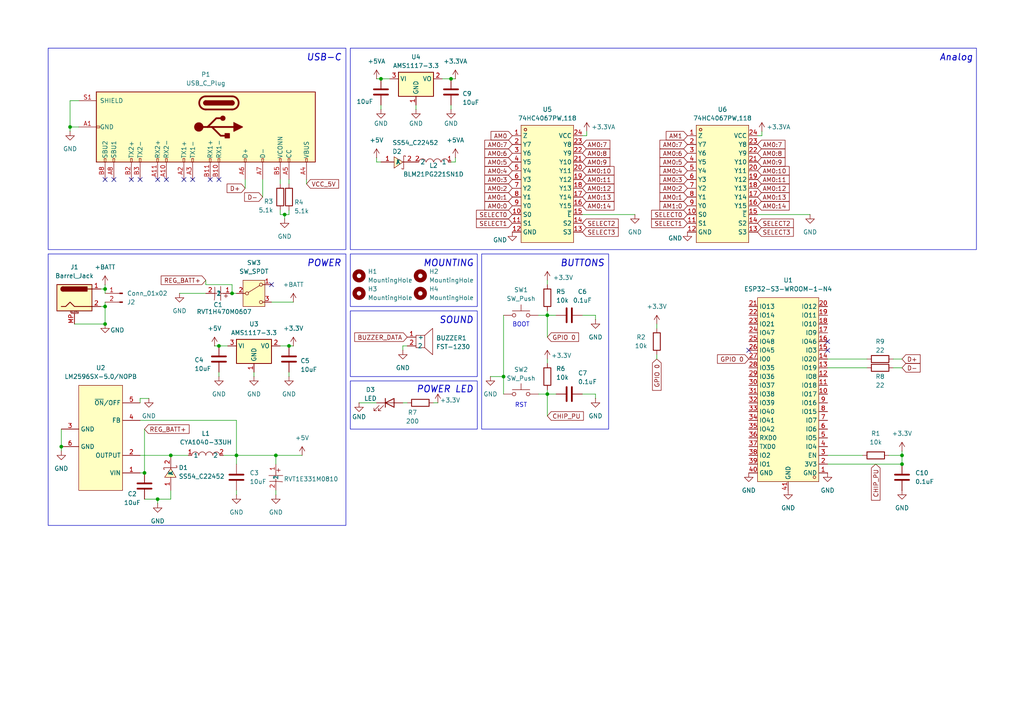
<source format=kicad_sch>
(kicad_sch (version 20250114) (generator "eeschema") (generator_version "9.0")
  (paper "A4")
  (title_block (title "Fracture MIDI Keyboard") (date "2025-12-16") (company "Logan Peterson"))
  (lib_symbols
    (symbol "Connector:Barrel_Jack_MountingPin" (pin_names (hide yes))
      (property "Reference" "J" (at 0 5.334 0))
      (property "Value" "Barrel_Jack_MountingPin" (at 1.27 -6.35 0))
      (symbol "Barrel_Jack_MountingPin_1_1"
        (text "Mounting" (at 0 -4.191 0) (effects (font (size 0.381 0.381))))
        (pin passive line (at 0 -7.62 90) (length 3.048) (name "MountPin") (number "MP"))
        (pin passive line (at 7.62 2.54 180) (length 2.54) (name "~") (number "1"))
        (pin passive line (at 7.62 -2.54 180) (length 2.54) (name "~") (number "2"))
      )
    )
    (symbol "Connector:Conn_01x02_Pin" (pin_names (offset 1.016) (hide yes))
      (property "Reference" "J" (at 0 2.54 0))
      (property "Value" "Conn_01x02_Pin" (at 0 -5.08 0))
      (symbol "Conn_01x02_Pin_1_1"
        (pin passive line (at 5.08 0 180) (length 3.81) (name "Pin_1") (number "1"))
        (pin passive line (at 5.08 -2.54 180) (length 3.81) (name "Pin_2") (number "2"))
      )
    )
    (symbol "Connector:USB_C_Plug" (pin_names (offset 1.016))
      (property "Reference" "P" (at -10.16 29.21 0))
      (property "Value" "USB_C_Plug" (at 10.16 29.21 0))
      (symbol "USB_C_Plug_1_1"
        (pin passive line (at -7.62 -40.64 90) (length 5.08) (name "SHIELD") (number "S1"))
        (pin passive line (at 0 -40.64 90) (length 5.08) (name "GND") (number "A1"))
        (pin passive line (at 0 -40.64 90) (length 5.08) (hide yes) (name "GND") (number "A12"))
        (pin passive line (at 0 -40.64 90) (length 5.08) (hide yes) (name "GND") (number "B1"))
        (pin passive line (at 0 -40.64 90) (length 5.08) (hide yes) (name "GND") (number "B12"))
        (pin passive line (at 15.24 25.4 180) (length 5.08) (name "VBUS") (number "A4"))
        (pin passive line (at 15.24 25.4 180) (length 5.08) (hide yes) (name "VBUS") (number "A9"))
        (pin passive line (at 15.24 25.4 180) (length 5.08) (hide yes) (name "VBUS") (number "B4"))
        (pin passive line (at 15.24 25.4 180) (length 5.08) (hide yes) (name "VBUS") (number "B9"))
        (pin bidirectional line (at 15.24 20.32 180) (length 5.08) (name "CC") (number "A5"))
        (pin bidirectional line (at 15.24 17.78 180) (length 5.08) (name "VCONN") (number "B5"))
        (pin bidirectional line (at 15.24 12.7 180) (length 5.08) (name "D-") (number "A7"))
        (pin bidirectional line (at 15.24 7.62 180) (length 5.08) (name "D+") (number "A6"))
        (pin bidirectional line (at 15.24 0 180) (length 5.08) (name "RX1-") (number "B10"))
        (pin bidirectional line (at 15.24 -2.54 180) (length 5.08) (name "RX1+") (number "B11"))
        (pin bidirectional line (at 15.24 -7.62 180) (length 5.08) (name "TX1-") (number "A3"))
        (pin bidirectional line (at 15.24 -10.16 180) (length 5.08) (name "TX1+") (number "A2"))
        (pin bidirectional line (at 15.24 -15.24 180) (length 5.08) (name "RX2-") (number "A10"))
        (pin bidirectional line (at 15.24 -17.78 180) (length 5.08) (name "RX2+") (number "A11"))
        (pin bidirectional line (at 15.24 -22.86 180) (length 5.08) (name "TX2-") (number "B3"))
        (pin bidirectional line (at 15.24 -25.4 180) (length 5.08) (name "TX2+") (number "B2"))
        (pin bidirectional line (at 15.24 -30.48 180) (length 5.08) (name "SBU1") (number "A8"))
        (pin bidirectional line (at 15.24 -33.02 180) (length 5.08) (name "SBU2") (number "B8"))
      )
    )
    (symbol "Device:C" (pin_numbers (hide yes)) (pin_names (offset 0.254))
      (property "Reference" "C" (at 0.635 2.54 0))
      (property "Value" "C" (at 0.635 -2.54 0))
      (symbol "C_1_1"
        (pin passive line (at 0 3.81 270) (length 2.794) (name "~") (number "1"))
        (pin passive line (at 0 -3.81 90) (length 2.794) (name "~") (number "2"))
      )
    )
    (symbol "Device:LED" (pin_numbers (hide yes)) (pin_names (offset 1.016) (hide yes))
      (property "Reference" "D" (at 0 2.54 0))
      (property "Value" "LED" (at 0 -2.54 0))
      (symbol "LED_1_1"
        (pin passive line (at -3.81 0 0) (length 2.54) (name "K") (number "1"))
        (pin passive line (at 3.81 0 180) (length 2.54) (name "A") (number "2"))
      )
    )
    (symbol "Device:R" (pin_numbers (hide yes)) (pin_names (offset 0))
      (property "Reference" "R" (at 2.032 0 90))
      (property "Value" "R" (at 0 0 90))
      (symbol "R_1_1"
        (pin passive line (at 0 3.81 270) (length 1.27) (name "~") (number "1"))
        (pin passive line (at 0 -3.81 90) (length 1.27) (name "~") (number "2"))
      )
    )
    (symbol "Mechanical:MountingHole" (pin_names (offset 1.016)) (in_bom no)
      (property "Reference" "H" (at 0 5.08 0))
      (property "Value" "MountingHole" (at 0 3.175 0))
    )
    (symbol "Regulator_Linear:AMS1117-3.3"
      (property "Reference" "U" (at -3.81 3.175 0))
      (property "Value" "AMS1117-3.3" (at 0 3.175 0))
      (symbol "AMS1117-3.3_1_1"
        (pin power_in line (at -7.62 0 0) (length 2.54) (name "VI") (number "3"))
        (pin power_in line (at 0 -7.62 90) (length 2.54) (name "GND") (number "1"))
        (pin power_out line (at 7.62 0 180) (length 2.54) (name "VO") (number "2"))
      )
    )
    (symbol "Switch:SW_Push" (pin_numbers (hide yes)) (pin_names (offset 1.016) (hide yes))
      (property "Reference" "SW" (at 1.27 2.54 0))
      (property "Value" "SW_Push" (at 0 -1.524 0))
      (symbol "SW_Push_0_1"
        (pin passive line (at -5.08 0 0) (length 2.54) (name "1") (number "1"))
        (pin passive line (at 5.08 0 180) (length 2.54) (name "2") (number "2"))
      )
    )
    (symbol "Switch:SW_SPDT" (pin_names (offset 0) (hide yes))
      (property "Reference" "SW" (at 0 5.08 0))
      (property "Value" "SW_SPDT" (at 0 -5.08 0))
      (symbol "SW_SPDT_1_1"
        (pin passive line (at -5.08 0 0) (length 2.54) (name "B") (number "2"))
        (pin passive line (at 5.08 2.54 180) (length 2.54) (name "A") (number "1"))
        (pin passive line (at 5.08 -2.54 180) (length 2.54) (name "C") (number "3"))
      )
    )
    (symbol "imported_components:74HC4067PW,118"
      (property "Reference" "U" (at 0 19.05 0))
      (property "Value" "74HC4067PW,118" (at 0 -19.05 0))
      (symbol "74HC4067PW,118_0_1"
        (pin unspecified line (at -10.16 13.97 0) (length 2.54) (name "Z") (number "1"))
        (pin unspecified line (at -10.16 11.43 0) (length 2.54) (name "Y7") (number "2"))
        (pin unspecified line (at -10.16 8.89 0) (length 2.54) (name "Y6") (number "3"))
        (pin unspecified line (at -10.16 6.35 0) (length 2.54) (name "Y5") (number "4"))
        (pin unspecified line (at -10.16 3.81 0) (length 2.54) (name "Y4") (number "5"))
        (pin unspecified line (at -10.16 1.27 0) (length 2.54) (name "Y3") (number "6"))
        (pin unspecified line (at -10.16 -1.27 0) (length 2.54) (name "Y2") (number "7"))
        (pin unspecified line (at -10.16 -3.81 0) (length 2.54) (name "Y1") (number "8"))
        (pin unspecified line (at -10.16 -6.35 0) (length 2.54) (name "Y0") (number "9"))
        (pin unspecified line (at -10.16 -8.89 0) (length 2.54) (name "S0") (number "10"))
        (pin unspecified line (at -10.16 -11.43 0) (length 2.54) (name "S1") (number "11"))
        (pin unspecified line (at -10.16 -13.97 0) (length 2.54) (name "GND") (number "12"))
        (pin unspecified line (at 10.16 13.97 180) (length 2.54) (name "VCC") (number "24"))
        (pin unspecified line (at 10.16 11.43 180) (length 2.54) (name "Y8") (number "23"))
        (pin unspecified line (at 10.16 8.89 180) (length 2.54) (name "Y9") (number "22"))
        (pin unspecified line (at 10.16 6.35 180) (length 2.54) (name "Y10") (number "21"))
        (pin unspecified line (at 10.16 3.81 180) (length 2.54) (name "Y11") (number "20"))
        (pin unspecified line (at 10.16 1.27 180) (length 2.54) (name "Y12") (number "19"))
        (pin unspecified line (at 10.16 -1.27 180) (length 2.54) (name "Y13") (number "18"))
        (pin unspecified line (at 10.16 -3.81 180) (length 2.54) (name "Y14") (number "17"))
        (pin unspecified line (at 10.16 -6.35 180) (length 2.54) (name "Y15") (number "16"))
        (pin unspecified line (at 10.16 -8.89 180) (length 2.54) (name "~{E}") (number "15"))
        (pin unspecified line (at 10.16 -11.43 180) (length 2.54) (name "S2") (number "14"))
        (pin unspecified line (at 10.16 -13.97 180) (length 2.54) (name "S3") (number "13"))
      )
    )
    (symbol "imported_components:BLM21PG221SN1D"
      (property "Reference" "L" (at 0 5.08 0))
      (property "Value" "BLM21PG221SN1D" (at 0 -5.08 0))
      (symbol "BLM21PG221SN1D_0_1"
        (pin unspecified line (at -5.08 0 0) (length 0.762) (name "1") (number "1"))
        (pin unspecified line (at 5.08 0 180) (length 0.762) (name "2") (number "2"))
      )
    )
    (symbol "imported_components:CYA1040-33UH"
      (property "Reference" "L" (at 0 5.08 0))
      (property "Value" "CYA1040-33UH" (at 0 -5.08 0))
      (symbol "CYA1040-33UH_0_1"
        (pin unspecified line (at -5.08 0 0) (length 1.016) (name "1") (number "1"))
        (pin unspecified line (at 5.08 0 180) (length 1.016) (name "2") (number "2"))
      )
    )
    (symbol "imported_components:ESP32-S3-WROOM-1-N4"
      (property "Reference" "U" (at 0 34.29 0))
      (property "Value" "ESP32-S3-WROOM-1-N4" (at 0 -29.21 0))
      (symbol "ESP32-S3-WROOM-1-N4_0_1"
        (pin unspecified line (at -11.43 24.13 0) (length 2.54) (name "GND") (number "1"))
        (pin unspecified line (at -11.43 21.59 0) (length 2.54) (name "3V3") (number "2"))
        (pin unspecified line (at -11.43 19.05 0) (length 2.54) (name "EN") (number "3"))
        (pin unspecified line (at -11.43 16.51 0) (length 2.54) (name "IO4") (number "4"))
        (pin unspecified line (at -11.43 13.97 0) (length 2.54) (name "IO5") (number "5"))
        (pin unspecified line (at -11.43 11.43 0) (length 2.54) (name "IO6") (number "6"))
        (pin unspecified line (at -11.43 8.89 0) (length 2.54) (name "IO7") (number "7"))
        (pin unspecified line (at -11.43 6.35 0) (length 2.54) (name "IO15") (number "8"))
        (pin unspecified line (at -11.43 3.81 0) (length 2.54) (name "IO16") (number "9"))
        (pin unspecified line (at -11.43 1.27 0) (length 2.54) (name "IO17") (number "10"))
        (pin unspecified line (at -11.43 -1.27 0) (length 2.54) (name "IO18") (number "11"))
        (pin unspecified line (at -11.43 -3.81 0) (length 2.54) (name "IO8") (number "12"))
        (pin unspecified line (at -11.43 -6.35 0) (length 2.54) (name "IO19") (number "13"))
        (pin unspecified line (at -11.43 -8.89 0) (length 2.54) (name "IO20") (number "14"))
        (pin unspecified line (at -11.43 -11.43 0) (length 2.54) (name "IO3") (number "15"))
        (pin unspecified line (at -11.43 -13.97 0) (length 2.54) (name "IO46") (number "16"))
        (pin unspecified line (at -11.43 -16.51 0) (length 2.54) (name "IO9") (number "17"))
        (pin unspecified line (at -11.43 -19.05 0) (length 2.54) (name "IO10") (number "18"))
        (pin unspecified line (at -11.43 -21.59 0) (length 2.54) (name "IO11") (number "19"))
        (pin unspecified line (at -11.43 -24.13 0) (length 2.54) (name "IO12") (number "20"))
        (pin unspecified line (at 0 29.21 270) (length 2.54) (name "GND") (number "41"))
        (pin unspecified line (at 11.43 24.13 180) (length 2.54) (name "GND") (number "40"))
        (pin unspecified line (at 11.43 21.59 180) (length 2.54) (name "IO1") (number "39"))
        (pin unspecified line (at 11.43 19.05 180) (length 2.54) (name "IO2") (number "38"))
        (pin unspecified line (at 11.43 16.51 180) (length 2.54) (name "TXD0") (number "37"))
        (pin unspecified line (at 11.43 13.97 180) (length 2.54) (name "RXD0") (number "36"))
        (pin unspecified line (at 11.43 11.43 180) (length 2.54) (name "IO42") (number "35"))
        (pin unspecified line (at 11.43 8.89 180) (length 2.54) (name "IO41") (number "34"))
        (pin unspecified line (at 11.43 6.35 180) (length 2.54) (name "IO40") (number "33"))
        (pin unspecified line (at 11.43 3.81 180) (length 2.54) (name "IO39") (number "32"))
        (pin unspecified line (at 11.43 1.27 180) (length 2.54) (name "IO38") (number "31"))
        (pin unspecified line (at 11.43 -1.27 180) (length 2.54) (name "IO37") (number "30"))
        (pin unspecified line (at 11.43 -3.81 180) (length 2.54) (name "IO36") (number "29"))
        (pin unspecified line (at 11.43 -6.35 180) (length 2.54) (name "IO35") (number "28"))
        (pin unspecified line (at 11.43 -8.89 180) (length 2.54) (name "IO0") (number "27"))
        (pin unspecified line (at 11.43 -11.43 180) (length 2.54) (name "IO45") (number "26"))
        (pin unspecified line (at 11.43 -13.97 180) (length 2.54) (name "IO48") (number "25"))
        (pin unspecified line (at 11.43 -16.51 180) (length 2.54) (name "IO47") (number "24"))
        (pin unspecified line (at 11.43 -19.05 180) (length 2.54) (name "IO21") (number "23"))
        (pin unspecified line (at 11.43 -21.59 180) (length 2.54) (name "IO14") (number "22"))
        (pin unspecified line (at 11.43 -24.13 180) (length 2.54) (name "IO13") (number "21"))
      )
    )
    (symbol "imported_components:FST-1230"
      (property "Reference" "BUZZER" (at 0 7.62 0))
      (property "Value" "FST-1230" (at 0 -5.08 0))
      (symbol "FST-1230_0_1"
        (pin unspecified line (at -2.54 2.54 0) (length 2.54) (name "+") (number "1"))
        (pin unspecified line (at -2.54 0 0) (length 2.54) (name "2") (number "2"))
      )
    )
    (symbol "imported_components:LM2596SX-5.0_NOPB"
      (property "Reference" "U" (at 0 15.24 0))
      (property "Value" "LM2596SX-5.0/NOPB" (at 0 -15.24 0))
      (symbol "LM2596SX-5.0_NOPB_0_1"
        (pin unspecified line (at -11.43 2.54 0) (length 5.08) (name "GND") (number "3"))
        (pin unspecified line (at -11.43 -2.54 0) (length 5.08) (name "GND") (number "6"))
        (pin unspecified line (at 11.43 10.16 180) (length 5.08) (name "~{ON}/OFF") (number "5"))
        (pin unspecified line (at 11.43 5.08 180) (length 5.08) (name "FB") (number "4"))
        (pin unspecified line (at 11.43 -5.08 180) (length 5.08) (name "OUTPUT") (number "2"))
        (pin unspecified line (at 11.43 -10.16 180) (length 5.08) (name "VIN") (number "1"))
      )
    )
    (symbol "imported_components:RVT1E331M0810_C335985"
      (property "Value" "RVT1E331M0810_C335985" (at -0.254 -3.302 0))
      (symbol "RVT1E331M0810_C335985_0_1"
        (pin input line (at -3.81 0 0) (length 2.54) (name "1") (number "1"))
        (pin input line (at 3.81 0 180) (length 2.54) (name "2") (number "2"))
      )
    )
    (symbol "imported_components:RVT1H470M0607"
      (property "Reference" "C" (at 0 5.08 0))
      (property "Value" "RVT1H470M0607" (at 0 -5.08 0))
      (symbol "RVT1H470M0607_0_1"
        (pin input line (at -3.81 0 0) (length 2.54) (name "1") (number "1"))
        (pin input line (at 3.81 0 180) (length 2.54) (name "2") (number "2"))
      )
    )
    (symbol "imported_components:SS54_C22452"
      (property "Reference" "D" (at 0 5.08 0))
      (property "Value" "SS54_C22452" (at 0 -5.08 0))
      (symbol "SS54_C22452_0_1"
        (pin unspecified line (at -5.08 0 0) (length 3.81) (name "K") (number "2"))
        (pin unspecified line (at 5.08 0 180) (length 3.81) (name "A") (number "1"))
      )
    )
    (symbol "power:+3.3V" (power) (pin_numbers (hide yes)) (pin_names (offset 0) (hide yes))
      (property "Value" "+3.3V" (at 0 3.556 0))
      (symbol "+3.3V_1_1"
        (pin power_in line (at 0 0 90) (length 0) (name "~") (number "1"))
      )
    )
    (symbol "power:+3.3VA" (power) (pin_numbers (hide yes)) (pin_names (offset 0) (hide yes))
      (property "Value" "+3.3VA" (at 0 3.556 0))
      (symbol "+3.3VA_1_1"
        (pin power_in line (at 0 0 90) (length 0) (name "~") (number "1"))
      )
    )
    (symbol "power:+5V" (power) (pin_numbers (hide yes)) (pin_names (offset 0) (hide yes))
      (property "Value" "+5V" (at 0 3.556 0))
      (symbol "+5V_1_1"
        (pin power_in line (at 0 0 90) (length 0) (name "~") (number "1"))
      )
    )
    (symbol "power:+5VA" (power) (pin_numbers (hide yes)) (pin_names (offset 0) (hide yes))
      (property "Value" "+5VA" (at 0 3.556 0))
      (symbol "+5VA_1_1"
        (pin power_in line (at 0 0 90) (length 0) (name "~") (number "1"))
      )
    )
    (symbol "power:+BATT" (power) (pin_numbers (hide yes)) (pin_names (offset 0) (hide yes))
      (property "Value" "+BATT" (at 0 3.556 0))
      (symbol "+BATT_1_1"
        (pin power_in line (at 0 0 90) (length 0) (name "~") (number "1"))
      )
    )
    (symbol "power:GND" (power) (pin_numbers (hide yes)) (pin_names (offset 0) (hide yes))
      (property "Value" "GND" (at 0 -3.81 0))
      (symbol "GND_1_1"
        (pin power_in line (at 0 0 270) (length 0) (name "~") (number "1"))
      )
    )
  )
  (rectangle (start 139.7 73.66) (end 176.53 124.46))
  (rectangle (start 13.97 73.66) (end 100.33 152.4))
  (rectangle (start 101.6 90.17) (end 138.43 109.22))
  (rectangle (start 101.6 73.66) (end 138.43 88.9))
  (rectangle (start 13.97 13.97) (end 100.33 72.39))
  (rectangle (start 101.6 110.49) (end 138.43 124.46))
  (rectangle (start 101.6 13.97) (end 283.21 72.39))
  (text "RST" (at 151.13 117.602 0) (effects (font (size 1.27 1.27))))
  (text "BUTTONS" (at 168.91 76.454 0) (effects (font (size 1.905 1.905) (thickness 0.254) (bold yes) (italic yes))))
  (text "Analog" (at 277.368 16.764 0) (effects (font (size 1.905 1.905) (thickness 0.254) (bold yes) (italic yes))))
  (text "BOOT" (at 151.13 94.234 0) (effects (font (size 1.27 1.27))))
  (text "POWER\n" (at 93.98 76.454 0) (effects (font (size 1.905 1.905) (thickness 0.254) (bold yes) (italic yes))))
  (text "MOUNTING" (at 130.048 76.454 0) (effects (font (size 1.905 1.905) (thickness 0.254) (bold yes) (italic yes))))
  (text "SOUND\n" (at 132.334 92.964 0) (effects (font (size 1.905 1.905) (thickness 0.254) (bold yes) (italic yes))))
  (text "USB-C" (at 93.98 16.764 0) (effects (font (size 1.905 1.905) (thickness 0.254) (bold yes) (italic yes))))
  (text "POWER LED" (at 129.032 113.03 0) (effects (font (size 1.905 1.905) (thickness 0.254) (bold yes) (italic yes))))
  (junction (at 68.58 132.08))
  (junction (at 30.48 88.9))
  (junction (at 83.82 100.33))
  (junction (at 45.72 144.78))
  (junction (at 80.01 132.08))
  (junction (at 63.5 100.33))
  (junction (at 158.75 114.3))
  (junction (at 41.91 137.16))
  (junction (at 20.32 36.83))
  (junction (at 158.75 91.44))
  (junction (at 146.05 109.22))
  (junction (at 49.53 132.08))
  (junction (at 261.62 134.62))
  (junction (at 261.62 132.08))
  (junction (at 17.78 129.54))
  (junction (at 130.81 22.86))
  (junction (at 110.49 22.86))
  (junction (at 67.31 85.09))
  (junction (at 82.55 62.23))
  (junction (at 30.48 93.98))
  (junction (at 30.48 83.82))
  (no_connect (at 240.03 101.6))
  (no_connect (at 60.96 52.07))
  (no_connect (at 63.5 52.07))
  (no_connect (at 55.88 52.07))
  (no_connect (at 240.03 99.06))
  (no_connect (at 40.64 52.07))
  (no_connect (at 53.34 52.07))
  (no_connect (at 78.74 82.55))
  (no_connect (at 30.48 52.07))
  (no_connect (at 45.72 52.07))
  (no_connect (at 33.02 52.07))
  (no_connect (at 48.26 52.07))
  (no_connect (at 38.1 52.07))
  (no_connect (at 217.17 101.6))
  (wire (pts (xy 85.09 100.33) (xy 83.82 100.33)))
  (wire (pts (xy 64.77 132.08) (xy 68.58 132.08)))
  (wire (pts (xy 161.29 114.3) (xy 158.75 114.3)))
  (wire (pts (xy 161.29 91.44) (xy 158.75 91.44)))
  (wire (pts (xy 22.86 29.21) (xy 20.32 29.21)))
  (wire (pts (xy 17.78 129.54) (xy 17.78 130.81)))
  (wire (pts (xy 62.23 100.33) (xy 63.5 100.33)))
  (wire (pts (xy 146.05 109.22) (xy 146.05 114.3)))
  (wire (pts (xy 156.21 91.44) (xy 158.75 91.44)))
  (wire (pts (xy 220.98 38.1) (xy 220.98 39.37)))
  (wire (pts (xy 59.69 82.55) (xy 67.31 82.55)))
  (wire (pts (xy 132.08 46.99) (xy 130.81 46.99)))
  (wire (pts (xy 125.73 116.84) (xy 127 116.84)))
  (wire (pts (xy 45.72 146.05) (xy 45.72 144.78)))
  (wire (pts (xy 68.58 121.92) (xy 68.58 132.08)))
  (wire (pts (xy 220.98 39.37) (xy 219.71 39.37)))
  (wire (pts (xy 20.32 36.83) (xy 20.32 38.1)))
  (wire (pts (xy 71.12 54.61) (xy 71.12 52.07)))
  (wire (pts (xy 109.22 46.99) (xy 109.22 45.72)))
  (wire (pts (xy 30.48 88.9) (xy 29.21 88.9)))
  (wire (pts (xy 49.53 142.24) (xy 49.53 144.78)))
  (wire (pts (xy 110.49 30.48) (xy 110.49 31.75)))
  (wire (pts (xy 168.91 39.37) (xy 170.18 39.37)))
  (wire (pts (xy 80.01 132.08) (xy 87.63 132.08)))
  (wire (pts (xy 142.24 109.22) (xy 146.05 109.22)))
  (wire (pts (xy 261.62 104.14) (xy 259.08 104.14)))
  (wire (pts (xy 68.58 132.08) (xy 80.01 132.08)))
  (wire (pts (xy 251.46 104.14) (xy 240.03 104.14)))
  (wire (pts (xy 41.91 124.46) (xy 41.91 137.16)))
  (wire (pts (xy 261.62 132.08) (xy 261.62 134.62)))
  (wire (pts (xy 132.08 45.72) (xy 132.08 46.99)))
  (wire (pts (xy 81.28 52.07) (xy 81.28 53.34)))
  (wire (pts (xy 49.53 132.08) (xy 54.61 132.08)))
  (wire (pts (xy 30.48 83.82) (xy 30.48 82.55)))
  (wire (pts (xy 73.66 109.22) (xy 73.66 107.95)))
  (wire (pts (xy 219.71 62.23) (xy 234.95 62.23)))
  (wire (pts (xy 81.28 100.33) (xy 83.82 100.33)))
  (wire (pts (xy 190.5 104.14) (xy 190.5 102.87)))
  (wire (pts (xy 130.81 31.75) (xy 130.81 30.48)))
  (wire (pts (xy 158.75 90.17) (xy 158.75 91.44)))
  (wire (pts (xy 158.75 91.44) (xy 158.75 97.79)))
  (wire (pts (xy 83.82 60.96) (xy 83.82 62.23)))
  (wire (pts (xy 109.22 22.86) (xy 110.49 22.86)))
  (wire (pts (xy 41.91 144.78) (xy 45.72 144.78)))
  (wire (pts (xy 68.58 143.51) (xy 68.58 142.24)))
  (wire (pts (xy 63.5 100.33) (xy 66.04 100.33)))
  (wire (pts (xy 116.84 101.6) (xy 116.84 100.33)))
  (wire (pts (xy 40.64 121.92) (xy 68.58 121.92)))
  (wire (pts (xy 81.28 62.23) (xy 82.55 62.23)))
  (wire (pts (xy 172.72 115.57) (xy 172.72 114.3)))
  (wire (pts (xy 172.72 114.3) (xy 168.91 114.3)))
  (wire (pts (xy 158.75 81.28) (xy 158.75 82.55)))
  (wire (pts (xy 261.62 134.62) (xy 240.03 134.62)))
  (wire (pts (xy 81.28 60.96) (xy 81.28 62.23)))
  (wire (pts (xy 17.78 124.46) (xy 17.78 129.54)))
  (wire (pts (xy 170.18 39.37) (xy 170.18 38.1)))
  (wire (pts (xy 30.48 83.82) (xy 30.48 85.09)))
  (wire (pts (xy 63.5 107.95) (xy 63.5 109.22)))
  (wire (pts (xy 128.27 22.86) (xy 130.81 22.86)))
  (wire (pts (xy 83.82 52.07) (xy 83.82 53.34)))
  (wire (pts (xy 158.75 104.14) (xy 158.75 105.41)))
  (wire (pts (xy 257.81 132.08) (xy 261.62 132.08)))
  (wire (pts (xy 30.48 87.63) (xy 30.48 88.9)))
  (wire (pts (xy 118.11 116.84) (xy 116.84 116.84)))
  (wire (pts (xy 80.01 132.08) (xy 80.01 134.62)))
  (wire (pts (xy 190.5 93.98) (xy 190.5 95.25)))
  (wire (pts (xy 40.64 137.16) (xy 41.91 137.16)))
  (wire (pts (xy 30.48 88.9) (xy 30.48 93.98)))
  (wire (pts (xy 156.21 114.3) (xy 158.75 114.3)))
  (wire (pts (xy 76.2 57.15) (xy 76.2 52.07)))
  (wire (pts (xy 80.01 143.51) (xy 80.01 142.24)))
  (wire (pts (xy 168.91 91.44) (xy 172.72 91.44)))
  (wire (pts (xy 22.86 36.83) (xy 20.32 36.83)))
  (wire (pts (xy 110.49 46.99) (xy 109.22 46.99)))
  (wire (pts (xy 132.08 22.86) (xy 130.81 22.86)))
  (wire (pts (xy 29.21 83.82) (xy 30.48 83.82)))
  (wire (pts (xy 20.32 29.21) (xy 20.32 36.83)))
  (wire (pts (xy 250.19 132.08) (xy 240.03 132.08)))
  (wire (pts (xy 158.75 113.03) (xy 158.75 114.3)))
  (wire (pts (xy 146.05 91.44) (xy 146.05 109.22)))
  (wire (pts (xy 172.72 91.44) (xy 172.72 92.71)))
  (wire (pts (xy 158.75 120.65) (xy 158.75 114.3)))
  (wire (pts (xy 45.72 144.78) (xy 49.53 144.78)))
  (wire (pts (xy 52.07 85.09) (xy 59.69 85.09)))
  (wire (pts (xy 67.31 85.09) (xy 68.58 85.09)))
  (wire (pts (xy 261.62 130.81) (xy 261.62 132.08)))
  (wire (pts (xy 21.59 93.98) (xy 30.48 93.98)))
  (wire (pts (xy 261.62 106.68) (xy 259.08 106.68)))
  (wire (pts (xy 88.9 53.34) (xy 88.9 52.07)))
  (wire (pts (xy 110.49 22.86) (xy 113.03 22.86)))
  (wire (pts (xy 120.65 31.75) (xy 120.65 30.48)))
  (wire (pts (xy 67.31 82.55) (xy 67.31 85.09)))
  (wire (pts (xy 40.64 115.57) (xy 43.18 115.57)))
  (wire (pts (xy 40.64 132.08) (xy 49.53 132.08)))
  (wire (pts (xy 85.09 87.63) (xy 78.74 87.63)))
  (wire (pts (xy 82.55 63.5) (xy 82.55 62.23)))
  (wire (pts (xy 59.69 81.28) (xy 59.69 82.55)))
  (wire (pts (xy 40.64 115.57) (xy 40.64 116.84)))
  (wire (pts (xy 116.84 100.33) (xy 118.11 100.33)))
  (wire (pts (xy 251.46 106.68) (xy 240.03 106.68)))
  (wire (pts (xy 68.58 132.08) (xy 68.58 134.62)))
  (wire (pts (xy 83.82 62.23) (xy 82.55 62.23)))
  (wire (pts (xy 83.82 109.22) (xy 83.82 107.95)))
  (wire (pts (xy 168.91 62.23) (xy 184.15 62.23)))
  (wire (pts (xy 104.14 116.84) (xy 109.22 116.84)))
  (global_label "AM0:14" (shape input) (at 219.71 59.69 0) (property "Intersheetrefs" "${INTERSHEET_REFS}" (effects (hide yes))))
  (global_label "SELECT3" (shape input) (at 168.91 67.31 0) (property "Intersheetrefs" "${INTERSHEET_REFS}" (effects (hide yes))))
  (global_label "AM0:3" (shape input) (at 199.39 52.07 180) (property "Intersheetrefs" "${INTERSHEET_REFS}" (effects (hide yes))))
  (global_label "AM0:4" (shape input) (at 148.59 49.53 180) (property "Intersheetrefs" "${INTERSHEET_REFS}" (effects (hide yes))))
  (global_label "CHIP_PU" (shape input) (at 254 134.62 270) (property "Intersheetrefs" "${INTERSHEET_REFS}" (effects (hide yes))))
  (global_label "AM0:5" (shape input) (at 148.59 46.99 180) (property "Intersheetrefs" "${INTERSHEET_REFS}" (effects (hide yes))))
  (global_label "AM0:7" (shape input) (at 148.59 41.91 180) (property "Intersheetrefs" "${INTERSHEET_REFS}" (effects (hide yes))))
  (global_label "AM0:7" (shape input) (at 168.91 41.91 0) (property "Intersheetrefs" "${INTERSHEET_REFS}" (effects (hide yes))))
  (global_label "VCC_5V" (shape input) (at 88.9 53.34 0) (property "Intersheetrefs" "${INTERSHEET_REFS}" (effects (hide yes))))
  (global_label "GPIO 0" (shape input) (at 190.5 104.14 270) (property "Intersheetrefs" "${INTERSHEET_REFS}" (effects (hide yes))))
  (global_label "SELECT2" (shape input) (at 168.91 64.77 0) (property "Intersheetrefs" "${INTERSHEET_REFS}" (effects (hide yes))))
  (global_label "AM0:6" (shape input) (at 199.39 44.45 180) (property "Intersheetrefs" "${INTERSHEET_REFS}" (effects (hide yes))))
  (global_label "AM0:8" (shape input) (at 168.91 44.45 0) (property "Intersheetrefs" "${INTERSHEET_REFS}" (effects (hide yes))))
  (global_label "D-" (shape input) (at 76.2 57.15 180) (property "Intersheetrefs" "${INTERSHEET_REFS}" (effects (hide yes))))
  (global_label "AM0:7" (shape input) (at 199.39 41.91 180) (property "Intersheetrefs" "${INTERSHEET_REFS}" (effects (hide yes))))
  (global_label "AM0:12" (shape input) (at 219.71 54.61 0) (property "Intersheetrefs" "${INTERSHEET_REFS}" (effects (hide yes))))
  (global_label "AM0:7" (shape input) (at 219.71 41.91 0) (property "Intersheetrefs" "${INTERSHEET_REFS}" (effects (hide yes))))
  (global_label "REG_BATT+" (shape input) (at 59.69 81.28 180) (property "Intersheetrefs" "${INTERSHEET_REFS}" (effects (hide yes))))
  (global_label "BUZZER_DATA" (shape input) (at 118.11 97.79 180) (property "Intersheetrefs" "${INTERSHEET_REFS}" (effects (hide yes))))
  (global_label "AM1" (shape input) (at 199.39 39.37 180) (property "Intersheetrefs" "${INTERSHEET_REFS}" (effects (hide yes))))
  (global_label "SELECT0" (shape input) (at 199.39 62.23 180) (property "Intersheetrefs" "${INTERSHEET_REFS}" (effects (hide yes))))
  (global_label "AM0:10" (shape input) (at 168.91 49.53 0) (property "Intersheetrefs" "${INTERSHEET_REFS}" (effects (hide yes))))
  (global_label "SELECT1" (shape input) (at 148.59 64.77 180) (property "Intersheetrefs" "${INTERSHEET_REFS}" (effects (hide yes))))
  (global_label "AM0:5" (shape input) (at 199.39 46.99 180) (property "Intersheetrefs" "${INTERSHEET_REFS}" (effects (hide yes))))
  (global_label "AM0:1" (shape input) (at 148.59 57.15 180) (property "Intersheetrefs" "${INTERSHEET_REFS}" (effects (hide yes))))
  (global_label "GPIO 0" (shape input) (at 217.17 104.14 180) (property "Intersheetrefs" "${INTERSHEET_REFS}" (effects (hide yes))))
  (global_label "AM0:13" (shape input) (at 219.71 57.15 0) (property "Intersheetrefs" "${INTERSHEET_REFS}" (effects (hide yes))))
  (global_label "AM1:0" (shape input) (at 199.39 59.69 180) (property "Intersheetrefs" "${INTERSHEET_REFS}" (effects (hide yes))))
  (global_label "SELECT0" (shape input) (at 148.59 62.23 180) (property "Intersheetrefs" "${INTERSHEET_REFS}" (effects (hide yes))))
  (global_label "AM0:12" (shape input) (at 168.91 54.61 0) (property "Intersheetrefs" "${INTERSHEET_REFS}" (effects (hide yes))))
  (global_label "AM0:0" (shape input) (at 148.59 59.69 180) (property "Intersheetrefs" "${INTERSHEET_REFS}" (effects (hide yes))))
  (global_label "AM0:13" (shape input) (at 168.91 57.15 0) (property "Intersheetrefs" "${INTERSHEET_REFS}" (effects (hide yes))))
  (global_label "AM0:2" (shape input) (at 199.39 54.61 180) (property "Intersheetrefs" "${INTERSHEET_REFS}" (effects (hide yes))))
  (global_label "AM0:1" (shape input) (at 199.39 57.15 180) (property "Intersheetrefs" "${INTERSHEET_REFS}" (effects (hide yes))))
  (global_label "AM0:6" (shape input) (at 148.59 44.45 180) (property "Intersheetrefs" "${INTERSHEET_REFS}" (effects (hide yes))))
  (global_label "D+" (shape input) (at 261.62 104.14 0) (property "Intersheetrefs" "${INTERSHEET_REFS}" (effects (hide yes))))
  (global_label "AM0:9" (shape input) (at 168.91 46.99 0) (property "Intersheetrefs" "${INTERSHEET_REFS}" (effects (hide yes))))
  (global_label "D-" (shape input) (at 261.62 106.68 0) (property "Intersheetrefs" "${INTERSHEET_REFS}" (effects (hide yes))))
  (global_label "REG_BATT+" (shape input) (at 41.91 124.46 0) (property "Intersheetrefs" "${INTERSHEET_REFS}" (effects (hide yes))))
  (global_label "AM0:11" (shape input) (at 219.71 52.07 0) (property "Intersheetrefs" "${INTERSHEET_REFS}" (effects (hide yes))))
  (global_label "SELECT2" (shape input) (at 219.71 64.77 0) (property "Intersheetrefs" "${INTERSHEET_REFS}" (effects (hide yes))))
  (global_label "SELECT3" (shape input) (at 219.71 67.31 0) (property "Intersheetrefs" "${INTERSHEET_REFS}" (effects (hide yes))))
  (global_label "AM0:4" (shape input) (at 199.39 49.53 180) (property "Intersheetrefs" "${INTERSHEET_REFS}" (effects (hide yes))))
  (global_label "AM0:2" (shape input) (at 148.59 54.61 180) (property "Intersheetrefs" "${INTERSHEET_REFS}" (effects (hide yes))))
  (global_label "GPIO 0" (shape input) (at 158.75 97.79 0) (property "Intersheetrefs" "${INTERSHEET_REFS}" (effects (hide yes))))
  (global_label "CHIP_PU" (shape input) (at 158.75 120.65 0) (property "Intersheetrefs" "${INTERSHEET_REFS}" (effects (hide yes))))
  (global_label "AM0:9" (shape input) (at 219.71 46.99 0) (property "Intersheetrefs" "${INTERSHEET_REFS}" (effects (hide yes))))
  (global_label "D+" (shape input) (at 71.12 54.61 180) (property "Intersheetrefs" "${INTERSHEET_REFS}" (effects (hide yes))))
  (global_label "AM0:10" (shape input) (at 219.71 49.53 0) (property "Intersheetrefs" "${INTERSHEET_REFS}" (effects (hide yes))))
  (global_label "AM0:14" (shape input) (at 168.91 59.69 0) (property "Intersheetrefs" "${INTERSHEET_REFS}" (effects (hide yes))))
  (global_label "AM0:8" (shape input) (at 219.71 44.45 0) (property "Intersheetrefs" "${INTERSHEET_REFS}" (effects (hide yes))))
  (global_label "AM0:11" (shape input) (at 168.91 52.07 0) (property "Intersheetrefs" "${INTERSHEET_REFS}" (effects (hide yes))))
  (global_label "SELECT1" (shape input) (at 199.39 64.77 180) (property "Intersheetrefs" "${INTERSHEET_REFS}" (effects (hide yes))))
  (global_label "AM0:3" (shape input) (at 148.59 52.07 180) (property "Intersheetrefs" "${INTERSHEET_REFS}" (effects (hide yes))))
  (global_label "AM0" (shape input) (at 148.59 39.37 180) (property "Intersheetrefs" "${INTERSHEET_REFS}" (effects (hide yes))))
  (symbol (lib_id "power:GND") (at 199.39 67.31 0) (unit 1)
    (property "Reference" "#PWR038" (effects (hide yes)))
    (property "Value" "GND" (at 195.834 69.088 0))
    (property "Description" "Power symbol creates a global label with name \"GND\" , ground" (effects (hide yes)))
  )
  (symbol (lib_id "imported_components:SS54_C22452") (at 115.57 46.99 0) (mirror y) (unit 1)
    (property "Reference" "D2" (at 113.792 43.942 0) (effects (justify right)))
    (property "Value" "SS54_C22452" (at 113.792 41.402 0) (effects (justify right)))
    (property "Footprint" "imported_components:SMA_L4.4-W2.8-LS5.4-R-RD" (effects (hide yes)))
    (property "Datasheet" "https://lcsc.com/product-detail/Schottky-Barrier-Diodes-SBD_SS54_C22452.html" (effects (hide yes)))
    (property "LCSC Part" "C22452" (effects (hide yes)))
  )
  (symbol (lib_id "Device:C") (at 110.49 26.67 0) (unit 1)
    (property "Reference" "C8" (effects (hide yes)))
    (property "Value" "10uF" (at 103.378 29.464 0) (effects (justify left)))
    (property "Footprint" "imported_components:C0805" (effects (hide yes)))
    (property "Description" "Unpolarized capacitor" (effects (hide yes)))
  )
  (symbol (lib_id "power:GND") (at 228.6 142.24 0) (unit 1)
    (property "Reference" "#PWR028" (effects (hide yes)))
    (property "Value" "GND" (at 228.6 147.32 0))
    (property "Description" "Power symbol creates a global label with name \"GND\" , ground" (effects (hide yes)))
  )
  (symbol (lib_id "Device:R") (at 121.92 116.84 270) (mirror x) (unit 1)
    (property "Reference" "R7" (at 119.634 119.634 90))
    (property "Value" "200" (at 119.634 122.174 90))
    (property "Footprint" "imported_components:R0805" (effects (hide yes)))
    (property "Description" "Resistor" (effects (hide yes)))
  )
  (symbol (lib_id "imported_components:74HC4067PW,118") (at 158.75 53.34 0) (unit 1)
    (property "Reference" "U5" (at 158.75 31.75 0))
    (property "Value" "74HC4067PW,118" (at 158.75 34.29 0))
    (property "Footprint" "imported_components:TSSOP-24_L7.8-W4.4-P0.65-LS6.4-BL" (effects (hide yes)))
    (property "Datasheet" "https://lcsc.com/product-detail/74-Series_Nexperia_74HC4067PW-118_74HC4067PW-118_C179326.html" (effects (hide yes)))
    (property "LCSC Part" "C179326" (effects (hide yes)))
  )
  (symbol (lib_id "Regulator_Linear:AMS1117-3.3") (at 73.66 100.33 0) (unit 1)
    (property "Reference" "U3" (at 73.66 93.98 0))
    (property "Value" "AMS1117-3.3" (at 73.66 96.52 0))
    (property "Footprint" "Package_TO_SOT_SMD:SOT-223-3_TabPin2" (effects (hide yes)))
    (property "Datasheet" "http://www.advanced-monolithic.com/pdf/ds1117.pdf" (effects (hide yes)))
    (property "Description" "1A Low Dropout regulator, positive, 3.3V fixed output, SOT-223" (effects (hide yes)))
  )
  (symbol (lib_id "Device:C") (at 165.1 91.44 90) (unit 1)
    (property "Reference" "C6" (at 168.91 84.582 90))
    (property "Value" "0.1uF" (at 168.91 87.122 90))
    (property "Footprint" "imported_components:C0805" (effects (hide yes)))
    (property "Description" "Unpolarized capacitor" (effects (hide yes)))
  )
  (symbol (lib_id "imported_components:LM2596SX-5.0_NOPB") (at 29.21 127 0) (unit 1)
    (property "Reference" "U2" (at 29.21 106.68 0))
    (property "Value" "LM2596SX-5.0/NOPB" (at 29.21 109.22 0))
    (property "Footprint" "imported_components:TO-263-5_L10.2-W8.9-P1.70-TL" (effects (hide yes)))
    (property "Datasheet" "https://lcsc.com/product-detail/DC-DC-Converters_TI_LM2596SX-5-0-NOPB_LM2596SX-5-0-NOPB_C10002.html" (effects (hide yes)))
    (property "LCSC Part" "C10002" (effects (hide yes)))
  )
  (symbol (lib_id "power:+3.3V") (at 158.75 81.28 0) (unit 1)
    (property "Reference" "#PWR02" (effects (hide yes)))
    (property "Value" "+3.3V" (at 163.322 80.518 0))
    (property "Description" "Power symbol creates a global label with name \"+3.3V\"" (effects (hide yes)))
  )
  (symbol (lib_id "Device:R") (at 254 132.08 90) (unit 1)
    (property "Reference" "R1" (at 254 125.73 90))
    (property "Value" "10k" (at 254 128.27 90))
    (property "Description" "Resistor" (effects (hide yes)))
  )
  (symbol (lib_id "power:GND") (at 30.48 93.98 0) (unit 1)
    (property "Reference" "#PWR06" (effects (hide yes)))
    (property "Value" "GND" (at 34.036 95.758 0))
    (property "Description" "Power symbol creates a global label with name \"GND\" , ground" (effects (hide yes)))
  )
  (symbol (lib_id "Device:R") (at 255.27 104.14 90) (unit 1)
    (property "Reference" "R9" (at 255.27 99.06 90))
    (property "Value" "22" (at 255.27 101.6 90))
    (property "Description" "Resistor" (effects (hide yes)))
  )
  (symbol (lib_id "Device:C") (at 130.81 26.67 0) (unit 1)
    (property "Reference" "C9" (at 134.112 27.178 0) (effects (justify left)))
    (property "Value" "10uF" (at 134.112 29.718 0) (effects (justify left)))
    (property "Footprint" "imported_components:C0805" (effects (hide yes)))
    (property "Description" "Unpolarized capacitor" (effects (hide yes)))
  )
  (symbol (lib_id "Device:C") (at 68.58 138.43 0) (unit 1)
    (property "Reference" "C3" (at 72.39 137.1599 0) (effects (justify left)))
    (property "Value" "10uF" (at 72.39 139.6999 0) (effects (justify left)))
    (property "Footprint" "imported_components:C0805" (effects (hide yes)))
    (property "Description" "Unpolarized capacitor" (effects (hide yes)))
  )
  (symbol (lib_id "power:+5VA") (at 132.08 45.72 0) (unit 1)
    (property "Reference" "#PWR043" (effects (hide yes)))
    (property "Value" "+5VA" (at 132.08 40.64 0))
    (property "Description" "Power symbol creates a global label with name \"+5VA\"" (effects (hide yes)))
  )
  (symbol (lib_id "Switch:SW_Push") (at 151.13 91.44 0) (mirror y) (unit 1)
    (property "Reference" "SW1" (at 151.13 84.074 0))
    (property "Value" "SW_Push" (at 151.13 86.614 0))
    (property "Footprint" "imported_components:SW-SMD_L3.9-W3.0-P4.45" (effects (hide yes)))
    (property "Description" "Push button switch, generic, two pins" (effects (hide yes)))
  )
  (symbol (lib_id "power:+3.3V") (at 127 116.84 0) (unit 1)
    (property "Reference" "#PWR04" (effects (hide yes)))
    (property "Value" "+3.3V" (at 130.556 116.078 0))
    (property "Description" "Power symbol creates a global label with name \"+3.3V\"" (effects (hide yes)))
  )
  (symbol (lib_id "power:GND") (at 110.49 31.75 0) (unit 1)
    (property "Reference" "#PWR021" (effects (hide yes)))
    (property "Value" "GND" (at 110.49 35.814 0))
    (property "Description" "Power symbol creates a global label with name \"GND\" , ground" (effects (hide yes)))
  )
  (symbol (lib_id "power:+3.3V") (at 190.5 93.98 0) (unit 1)
    (property "Reference" "#PWR033" (effects (hide yes)))
    (property "Value" "+3.3V" (at 190.5 88.9 0))
    (property "Description" "Power symbol creates a global label with name \"+3.3V\"" (effects (hide yes)))
  )
  (symbol (lib_id "power:+BATT") (at 30.48 82.55 0) (unit 1)
    (property "Reference" "#PWR07" (effects (hide yes)))
    (property "Value" "+BATT" (at 30.48 77.47 0))
    (property "Description" "Power symbol creates a global label with name \"+BATT\"" (effects (hide yes)))
  )
  (symbol (lib_id "power:GND") (at 184.15 62.23 0) (unit 1)
    (property "Reference" "#PWR039" (effects (hide yes)))
    (property "Value" "GND" (at 184.15 67.31 0))
    (property "Description" "Power symbol creates a global label with name \"GND\" , ground" (effects (hide yes)))
  )
  (symbol (lib_id "Device:R") (at 81.28 57.15 0) (mirror x) (unit 1)
    (property "Reference" "R3" (at 79.248 58.42 0) (effects (justify right)))
    (property "Value" "5.1k" (at 79.248 60.96 0) (effects (justify right)))
    (property "Footprint" "imported_components:R0805" (effects (hide yes)))
    (property "Description" "Resistor" (effects (hide yes)))
  )
  (symbol (lib_id "power:GND") (at 80.01 143.51 0) (unit 1)
    (property "Reference" "#PWR034" (effects (hide yes)))
    (property "Value" "GND" (at 80.01 148.59 0))
    (property "Description" "Power symbol creates a global label with name \"GND\" , ground" (effects (hide yes)))
  )
  (symbol (lib_id "power:GND") (at 130.81 31.75 0) (unit 1)
    (property "Reference" "#PWR026" (effects (hide yes)))
    (property "Value" "GND" (at 130.81 35.814 0))
    (property "Description" "Power symbol creates a global label with name \"GND\" , ground" (effects (hide yes)))
  )
  (symbol (lib_id "Mechanical:MountingHole") (at 104.14 80.01 0) (unit 1) (in_bom no)
    (property "Reference" "H1" (at 106.68 78.7399 0) (effects (justify left)))
    (property "Value" "MountingHole" (at 106.68 81.2799 0) (effects (justify left)))
    (property "Footprint" "MountingHole:MountingHole_3.2mm_M3_Pad_Via" (effects (hide yes)))
    (property "Description" "Mounting Hole without connection" (effects (hide yes)))
  )
  (symbol (lib_id "power:GND") (at 234.95 62.23 0) (unit 1)
    (property "Reference" "#PWR040" (effects (hide yes)))
    (property "Value" "GND" (at 234.95 67.31 0))
    (property "Description" "Power symbol creates a global label with name \"GND\" , ground" (effects (hide yes)))
  )
  (symbol (lib_id "power:+3.3VA") (at 220.98 38.1 0) (unit 1)
    (property "Reference" "#PWR042" (effects (hide yes)))
    (property "Value" "+3.3VA" (at 225.806 36.83 0))
    (property "Description" "Power symbol creates a global label with name \"+3.3VA\"" (effects (hide yes)))
  )
  (symbol (lib_id "Mechanical:MountingHole") (at 121.92 85.09 0) (unit 1) (in_bom no)
    (property "Reference" "H4" (at 124.46 83.8199 0) (effects (justify left)))
    (property "Value" "MountingHole" (at 124.46 86.3599 0) (effects (justify left)))
    (property "Footprint" "MountingHole:MountingHole_3.2mm_M3_Pad_Via" (effects (hide yes)))
    (property "Description" "Mounting Hole without connection" (effects (hide yes)))
  )
  (symbol (lib_id "Device:R") (at 255.27 106.68 270) (unit 1)
    (property "Reference" "R8" (at 255.27 109.22 90))
    (property "Value" "22" (at 255.27 111.76 90))
    (property "Description" "Resistor" (effects (hide yes)))
  )
  (symbol (lib_id "power:GND") (at 82.55 63.5 0) (unit 1)
    (property "Reference" "#PWR036" (effects (hide yes)))
    (property "Value" "GND" (at 82.55 68.58 0))
    (property "Description" "Power symbol creates a global label with name \"GND\" , ground" (effects (hide yes)))
  )
  (symbol (lib_id "power:GND") (at 120.65 31.75 0) (unit 1)
    (property "Reference" "#PWR025" (effects (hide yes)))
    (property "Value" "GND" (at 120.65 35.814 0))
    (property "Description" "Power symbol creates a global label with name \"GND\" , ground" (effects (hide yes)))
  )
  (symbol (lib_id "Mechanical:MountingHole") (at 104.14 85.09 0) (unit 1) (in_bom no)
    (property "Reference" "H3" (at 106.68 83.8199 0) (effects (justify left)))
    (property "Value" "MountingHole" (at 106.68 86.3599 0) (effects (justify left)))
    (property "Footprint" "MountingHole:MountingHole_3.2mm_M3_Pad_Via" (effects (hide yes)))
    (property "Description" "Mounting Hole without connection" (effects (hide yes)))
  )
  (symbol (lib_id "imported_components:ESP32-S3-WROOM-1-N4") (at 228.6 113.03 180) (unit 1)
    (property "Reference" "U1" (at 228.6 81.28 0))
    (property "Value" "ESP32-S3-WROOM-1-N4" (at 228.6 83.82 0))
    (property "Footprint" "imported_components:WIFIM-SMD_ESP32-S3-WROOM-1-N8" (effects (hide yes)))
    (property "LCSC Part" "C2913197" (effects (hide yes)))
  )
  (symbol (lib_id "power:+3.3VA") (at 132.08 22.86 0) (unit 1)
    (property "Reference" "#PWR027" (effects (hide yes)))
    (property "Value" "+3.3VA" (at 132.08 17.78 0))
    (property "Description" "Power symbol creates a global label with name \"+3.3VA\"" (effects (hide yes)))
  )
  (symbol (lib_id "imported_components:CYA1040-33UH") (at 59.69 132.08 0) (unit 1)
    (property "Reference" "L1" (at 59.69 125.73 0))
    (property "Value" "CYA1040-33UH" (at 59.69 128.27 0))
    (property "Footprint" "imported_components:IND-SMD_L11.6-W10.1" (effects (hide yes)))
    (property "LCSC Part" "C6364680" (effects (hide yes)))
  )
  (symbol (lib_id "Device:LED") (at 113.03 116.84 0) (unit 1)
    (property "Reference" "D3" (at 107.442 113.03 0))
    (property "Value" "LED" (at 107.442 115.57 0))
    (property "Footprint" "imported_components:LED0805-RD" (effects (hide yes)))
    (property "Description" "Light emitting diode" (effects (hide yes)))
    (property "Sim.Pins" "1=K 2=A" (effects (hide yes)))
  )
  (symbol (lib_id "Device:C") (at 83.82 104.14 0) (unit 1)
    (property "Reference" "C5" (at 87.122 104.648 0) (effects (justify left)))
    (property "Value" "10uF" (at 87.122 107.188 0) (effects (justify left)))
    (property "Footprint" "imported_components:C0805" (effects (hide yes)))
    (property "Description" "Unpolarized capacitor" (effects (hide yes)))
  )
  (symbol (lib_id "imported_components:FST-1230") (at 120.65 100.33 0) (unit 1)
    (property "Reference" "BUZZER1" (at 126.492 98.044 0) (effects (justify left)))
    (property "Value" "FST-1230" (at 126.492 100.584 0) (effects (justify left)))
    (property "Footprint" "imported_components:BUZ-SMD_L12.0-W12.0_FUET-1230" (effects (hide yes)))
    (property "Datasheet" "https://lcsc.com/product-detail/Buzzers_FST-FST-1230_C391037.html" (effects (hide yes)))
    (property "LCSC Part" "C391037" (effects (hide yes)))
  )
  (symbol (lib_id "Device:R") (at 158.75 86.36 0) (unit 1)
    (property "Reference" "R5" (at 161.29 84.582 0) (effects (justify left)))
    (property "Value" "10k" (at 161.29 87.122 0) (effects (justify left)))
    (property "Footprint" "imported_components:R0805" (effects (hide yes)))
    (property "Description" "Resistor" (effects (hide yes)))
  )
  (symbol (lib_id "Switch:SW_Push") (at 151.13 114.3 0) (mirror y) (unit 1)
    (property "Reference" "SW2" (at 151.13 107.188 0))
    (property "Value" "SW_Push" (at 151.13 109.728 0))
    (property "Footprint" "imported_components:SW-SMD_L3.9-W3.0-P4.45" (effects (hide yes)))
    (property "Description" "Push button switch, generic, two pins" (effects (hide yes)))
  )
  (symbol (lib_id "imported_components:SS54_C22452") (at 49.53 137.16 270) (unit 1)
    (property "Reference" "D1" (at 51.816 135.636 90) (effects (justify left)))
    (property "Value" "SS54_C22452" (at 51.816 138.176 90) (effects (justify left)))
    (property "Footprint" "imported_components:SMA_L4.4-W2.8-LS5.4-R-RD" (effects (hide yes)))
    (property "Datasheet" "https://lcsc.com/product-detail/Schottky-Barrier-Diodes-SBD_SS54_C22452.html" (effects (hide yes)))
    (property "LCSC Part" "C22452" (effects (hide yes)))
  )
  (symbol (lib_id "power:+5V") (at 62.23 100.33 0) (unit 1)
    (property "Reference" "#PWR013" (effects (hide yes)))
    (property "Value" "+5V" (at 62.23 95.25 0))
    (property "Description" "Power symbol creates a global label with name \"+5V\"" (effects (hide yes)))
  )
  (symbol (lib_id "power:GND") (at 63.5 109.22 0) (unit 1)
    (property "Reference" "#PWR023" (effects (hide yes)))
    (property "Value" "GND" (at 63.5 114.3 0))
    (property "Description" "Power symbol creates a global label with name \"GND\" , ground" (effects (hide yes)))
  )
  (symbol (lib_id "power:GND") (at 172.72 92.71 0) (unit 1)
    (property "Reference" "#PWR019" (effects (hide yes)))
    (property "Value" "GND" (at 172.72 97.79 0))
    (property "Description" "Power symbol creates a global label with name \"GND\" , ground" (effects (hide yes)))
  )
  (symbol (lib_id "power:+5V") (at 109.22 45.72 0) (unit 1)
    (property "Reference" "#PWR014" (effects (hide yes)))
    (property "Value" "+5V" (at 109.22 40.64 0))
    (property "Description" "Power symbol creates a global label with name \"+5V\"" (effects (hide yes)))
  )
  (symbol (lib_id "power:GND") (at 20.32 38.1 0) (unit 1)
    (property "Reference" "#PWR035" (effects (hide yes)))
    (property "Value" "GND" (at 20.32 43.18 0))
    (property "Description" "Power symbol creates a global label with name \"GND\" , ground" (effects (hide yes)))
  )
  (symbol (lib_id "power:GND") (at 73.66 109.22 0) (unit 1)
    (property "Reference" "#PWR022" (effects (hide yes)))
    (property "Value" "GND" (at 73.66 114.3 0))
    (property "Description" "Power symbol creates a global label with name \"GND\" , ground" (effects (hide yes)))
  )
  (symbol (lib_id "power:+3.3V") (at 261.62 130.81 0) (unit 1)
    (property "Reference" "#PWR030" (effects (hide yes)))
    (property "Value" "+3.3V" (at 261.62 125.73 0))
    (property "Description" "Power symbol creates a global label with name \"+3.3V\"" (effects (hide yes)))
  )
  (symbol (lib_id "Connector:Barrel_Jack_MountingPin") (at 21.59 86.36 0) (unit 1)
    (property "Reference" "J1" (at 21.59 77.47 0))
    (property "Value" "Barrel_Jack" (at 21.59 80.01 0))
    (property "Footprint" "imported_components:DC-IN-TH_DC-005-A200" (effects (hide yes)))
    (property "Description" "DC Barrel Jack with a mounting pin" (effects (hide yes)))
  )
  (symbol (lib_id "power:GND") (at 240.03 137.16 0) (unit 1)
    (property "Reference" "#PWR029" (effects (hide yes)))
    (property "Value" "GND" (at 240.03 142.24 0))
    (property "Description" "Power symbol creates a global label with name \"GND\" , ground" (effects (hide yes)))
  )
  (symbol (lib_id "power:GND") (at 17.78 130.81 0) (unit 1)
    (property "Reference" "#PWR08" (effects (hide yes)))
    (property "Value" "GND" (at 17.78 135.89 0))
    (property "Description" "Power symbol creates a global label with name \"GND\" , ground" (effects (hide yes)))
  )
  (symbol (lib_id "power:GND") (at 52.07 85.09 0) (unit 1)
    (property "Reference" "#PWR05" (effects (hide yes)))
    (property "Value" "GND" (at 52.07 90.17 0))
    (property "Description" "Power symbol creates a global label with name \"GND\" , ground" (effects (hide yes)))
  )
  (symbol (lib_id "power:+5V") (at 87.63 132.08 0) (unit 1)
    (property "Reference" "#PWR012" (effects (hide yes)))
    (property "Value" "+5V" (at 87.63 127 0))
    (property "Description" "Power symbol creates a global label with name \"+5V\"" (effects (hide yes)))
  )
  (symbol (lib_id "Device:R") (at 190.5 99.06 180) (unit 1)
    (property "Reference" "R2" (at 185.928 97.79 0))
    (property "Value" "10k" (at 185.928 100.33 0))
    (property "Description" "Resistor" (effects (hide yes)))
  )
  (symbol (lib_id "imported_components:BLM21PG221SN1D") (at 125.73 46.99 180) (unit 1)
    (property "Reference" "L2" (at 125.73 48.006 0))
    (property "Value" "BLM21PG221SN1D" (at 125.73 50.546 0))
    (property "Footprint" "imported_components:L0805" (effects (hide yes)))
    (property "Datasheet" "https://lcsc.com/product-detail/Ferrite-Beads-And-Chips_muRata_BLM21PG221SN1D_220R-25-at100MHz-2A_C85840.html" (effects (hide yes)))
    (property "LCSC Part" "C85840" (effects (hide yes)))
  )
  (symbol (lib_id "Connector:Conn_01x02_Pin") (at 35.56 85.09 0) (mirror y) (unit 1)
    (property "Reference" "J2" (at 36.83 87.6301 0) (effects (justify right)))
    (property "Value" "Conn_01x02" (at 36.83 85.0901 0) (effects (justify right)))
    (property "Footprint" "imported_components:CONN-TH_P5.00_KF301-5.0-2P" (effects (hide yes)))
    (property "Description" "Generic connector, single row, 01x02, script generated" (effects (hide yes)))
  )
  (symbol (lib_id "Regulator_Linear:AMS1117-3.3") (at 120.65 22.86 0) (unit 1)
    (property "Reference" "U4" (at 120.65 16.51 0))
    (property "Value" "AMS1117-3.3" (at 120.65 19.05 0))
    (property "Footprint" "Package_TO_SOT_SMD:SOT-223-3_TabPin2" (effects (hide yes)))
    (property "Datasheet" "http://www.advanced-monolithic.com/pdf/ds1117.pdf" (effects (hide yes)))
    (property "Description" "1A Low Dropout regulator, positive, 3.3V fixed output, SOT-223" (effects (hide yes)))
  )
  (symbol (lib_id "imported_components:RVT1H470M0607") (at 63.5 85.09 180) (unit 1)
    (property "Reference" "C1" (at 63.246 88.392 0))
    (property "Value" "RVT1H470M0607" (at 65.024 90.424 0))
    (property "Footprint" "imported_components:CAP-SMD_BD6.3-L6.6-W6.6-LS7.6-FD" (effects (hide yes)))
    (property "Datasheet" "https://lcsc.com/product-detail/Aluminum-Electrolytic-Capacitors-SMD_47uF-50V-20_C72523.html" (effects (hide yes)))
    (property "LCSC Part" "C72523" (effects (hide yes)))
  )
  (symbol (lib_id "power:GND") (at 83.82 109.22 0) (unit 1)
    (property "Reference" "#PWR024" (effects (hide yes)))
    (property "Value" "GND" (at 83.82 114.3 0))
    (property "Description" "Power symbol creates a global label with name \"GND\" , ground" (effects (hide yes)))
  )
  (symbol (lib_id "Device:R") (at 158.75 109.22 0) (unit 1)
    (property "Reference" "R6" (at 161.29 106.9339 0) (effects (justify left)))
    (property "Value" "10k" (at 161.29 109.4739 0) (effects (justify left)))
    (property "Footprint" "imported_components:R0805" (effects (hide yes)))
    (property "Description" "Resistor" (effects (hide yes)))
  )
  (symbol (lib_id "Mechanical:MountingHole") (at 121.92 80.01 0) (unit 1) (in_bom no)
    (property "Reference" "H2" (at 124.46 78.7399 0) (effects (justify left)))
    (property "Value" "MountingHole" (at 124.46 81.2799 0) (effects (justify left)))
    (property "Footprint" "MountingHole:MountingHole_3.2mm_M3_Pad_Via" (effects (hide yes)))
    (property "Description" "Mounting Hole without connection" (effects (hide yes)))
  )
  (symbol (lib_id "Device:C") (at 261.62 138.43 0) (unit 1)
    (property "Reference" "C10" (at 265.43 137.1599 0) (effects (justify left)))
    (property "Value" "0.1uF" (at 265.43 139.6999 0) (effects (justify left)))
    (property "Description" "Unpolarized capacitor" (effects (hide yes)))
  )
  (symbol (lib_id "power:GND") (at 68.58 143.51 0) (unit 1)
    (property "Reference" "#PWR011" (effects (hide yes)))
    (property "Value" "GND" (at 68.58 148.59 0))
    (property "Description" "Power symbol creates a global label with name \"GND\" , ground" (effects (hide yes)))
  )
  (symbol (lib_id "Device:R") (at 83.82 57.15 0) (unit 1)
    (property "Reference" "R4" (at 85.344 58.674 0) (effects (justify left)))
    (property "Value" "5.1k" (at 85.344 61.214 0) (effects (justify left)))
    (property "Footprint" "imported_components:R0805" (effects (hide yes)))
    (property "Description" "Resistor" (effects (hide yes)))
  )
  (symbol (lib_id "power:GND") (at 116.84 101.6 0) (unit 1)
    (property "Reference" "#PWR015" (effects (hide yes)))
    (property "Value" "GND" (at 116.84 106.68 0))
    (property "Description" "Power symbol creates a global label with name \"GND\" , ground" (effects (hide yes)))
  )
  (symbol (lib_id "power:GND") (at 142.24 109.22 0) (unit 1)
    (property "Reference" "#PWR017" (effects (hide yes)))
    (property "Value" "GND" (at 142.24 114.3 0))
    (property "Description" "Power symbol creates a global label with name \"GND\" , ground" (effects (hide yes)))
  )
  (symbol (lib_id "power:GND") (at 104.14 116.84 0) (unit 1)
    (property "Reference" "#PWR020" (effects (hide yes)))
    (property "Value" "GND" (at 104.14 120.904 0))
    (property "Description" "Power symbol creates a global label with name \"GND\" , ground" (effects (hide yes)))
  )
  (symbol (lib_id "power:+3.3V") (at 158.75 104.14 0) (unit 1)
    (property "Reference" "#PWR03" (effects (hide yes)))
    (property "Value" "+3.3V" (at 162.814 103.124 0))
    (property "Description" "Power symbol creates a global label with name \"+3.3V\"" (effects (hide yes)))
  )
  (symbol (lib_id "power:+3.3V") (at 85.09 100.33 0) (unit 1)
    (property "Reference" "#PWR01" (effects (hide yes)))
    (property "Value" "+3.3V" (at 85.09 95.25 0))
    (property "Description" "Power symbol creates a global label with name \"+3.3V\"" (effects (hide yes)))
  )
  (symbol (lib_id "Device:C") (at 63.5 104.14 0) (unit 1)
    (property "Reference" "C4" (at 56.388 104.394 0) (effects (justify left)))
    (property "Value" "10uF" (at 56.388 106.934 0) (effects (justify left)))
    (property "Footprint" "imported_components:C0805" (effects (hide yes)))
    (property "Description" "Unpolarized capacitor" (effects (hide yes)))
  )
  (symbol (lib_id "power:+3.3VA") (at 170.18 38.1 0) (unit 1)
    (property "Reference" "#PWR041" (effects (hide yes)))
    (property "Value" "+3.3VA" (at 175.006 36.83 0))
    (property "Description" "Power symbol creates a global label with name \"+3.3VA\"" (effects (hide yes)))
  )
  (symbol (lib_id "power:GND") (at 261.62 142.24 0) (unit 1)
    (property "Reference" "#PWR031" (effects (hide yes)))
    (property "Value" "GND" (at 261.62 147.32 0))
    (property "Description" "Power symbol creates a global label with name \"GND\" , ground" (effects (hide yes)))
  )
  (symbol (lib_id "power:GND") (at 45.72 146.05 0) (unit 1)
    (property "Reference" "#PWR010" (effects (hide yes)))
    (property "Value" "GND" (at 45.72 151.13 0))
    (property "Description" "Power symbol creates a global label with name \"GND\" , ground" (effects (hide yes)))
  )
  (symbol (lib_id "power:+BATT") (at 85.09 87.63 0) (unit 1)
    (property "Reference" "#PWR016" (effects (hide yes)))
    (property "Value" "+BATT" (at 85.09 82.55 0))
    (property "Description" "Power symbol creates a global label with name \"+BATT\"" (effects (hide yes)))
  )
  (symbol (lib_id "Switch:SW_SPDT") (at 73.66 85.09 0) (unit 1)
    (property "Reference" "SW3" (at 73.66 76.2 0))
    (property "Value" "SW_SPDT" (at 73.66 78.74 0))
    (property "Footprint" "imported_components:SW-SMD_MST-12D18G4-SPDT-SLIDE-SWITCH" (effects (hide yes)))
    (property "Description" "Switch, single pole double throw" (effects (hide yes)))
  )
  (symbol (lib_id "imported_components:74HC4067PW,118") (at 209.55 53.34 0) (unit 1)
    (property "Reference" "U6" (at 209.55 31.75 0))
    (property "Value" "74HC4067PW,118" (at 209.55 34.29 0))
    (property "Footprint" "imported_components:TSSOP-24_L7.8-W4.4-P0.65-LS6.4-BL" (effects (hide yes)))
    (property "Datasheet" "https://lcsc.com/product-detail/74-Series_Nexperia_74HC4067PW-118_74HC4067PW-118_C179326.html" (effects (hide yes)))
    (property "LCSC Part" "C179326" (effects (hide yes)))
  )
  (symbol (lib_id "power:+5VA") (at 109.22 22.86 0) (unit 1)
    (property "Reference" "#PWR044" (effects (hide yes)))
    (property "Value" "+5VA" (at 109.22 17.78 0))
    (property "Description" "Power symbol creates a global label with name \"+5VA\"" (effects (hide yes)))
  )
  (symbol (lib_id "Device:C") (at 165.1 114.3 90) (unit 1)
    (property "Reference" "C7" (at 167.64 108.204 90) (effects (justify right)))
    (property "Value" "0.1uF" (at 167.64 110.744 90) (effects (justify right)))
    (property "Footprint" "imported_components:C0805" (effects (hide yes)))
    (property "Description" "Unpolarized capacitor" (effects (hide yes)))
  )
  (symbol (lib_id "imported_components:RVT1E331M0810_C335985") (at 80.01 138.43 270) (unit 1)
    (property "Reference" "C19" (effects (hide yes)))
    (property "Value" "RVT1E331M0810" (at 82.296 138.938 90) (effects (justify left)))
    (property "Footprint" "imported_components:CAP-SMD_BD8.0-L8.3-W8.3-LS9.3-FD-1" (effects (hide yes)))
    (property "Datasheet" "https://lcsc.com/product-detail/Others_ROQANG-RVT1E331M0810_C335985.html" (effects (hide yes)))
    (property "LCSC Part" "C335985" (effects (hide yes)))
  )
  (symbol (lib_id "power:GND") (at 172.72 115.57 0) (unit 1)
    (property "Reference" "#PWR018" (effects (hide yes)))
    (property "Value" "GND" (at 172.72 120.65 0))
    (property "Description" "Power symbol creates a global label with name \"GND\" , ground" (effects (hide yes)))
  )
  (symbol (lib_id "power:GND") (at 148.59 67.31 0) (unit 1)
    (property "Reference" "#PWR037" (effects (hide yes)))
    (property "Value" "GND" (at 145.034 69.596 0))
    (property "Description" "Power symbol creates a global label with name \"GND\" , ground" (effects (hide yes)))
  )
  (symbol (lib_id "Device:C") (at 41.91 140.97 180) (unit 1)
    (property "Reference" "C2" (at 38.354 143.256 0))
    (property "Value" "10uF" (at 38.354 145.796 0))
    (property "Footprint" "imported_components:C0805" (effects (hide yes)))
    (property "Description" "Unpolarized capacitor" (effects (hide yes)))
  )
  (symbol (lib_id "power:GND") (at 43.18 115.57 0) (unit 1)
    (property "Reference" "#PWR09" (effects (hide yes)))
    (property "Value" "GND" (at 43.18 120.65 0))
    (property "Description" "Power symbol creates a global label with name \"GND\" , ground" (effects (hide yes)))
  )
  (symbol (lib_id "power:GND") (at 217.17 137.16 0) (unit 1)
    (property "Reference" "#PWR032" (effects (hide yes)))
    (property "Value" "GND" (at 217.17 142.24 0))
    (property "Description" "Power symbol creates a global label with name \"GND\" , ground" (effects (hide yes)))
  )
  (symbol (lib_id "Connector:USB_C_Plug") (at 63.5 36.83 270) (unit 1)
    (property "Reference" "P1" (at 59.69 21.59 90))
    (property "Value" "USB_C_Plug" (at 59.69 24.13 90))
    (property "Footprint" "imported_components:USB-C_SMD-TYPE-C-31-M-12" (effects (hide yes)))
    (property "Datasheet" "https://www.usb.org/sites/default/files/documents/usb_type-c.zip" (effects (hide yes)))
    (property "Description" "USB Type-C Plug connector" (effects (hide yes)))
  )
)
</source>
